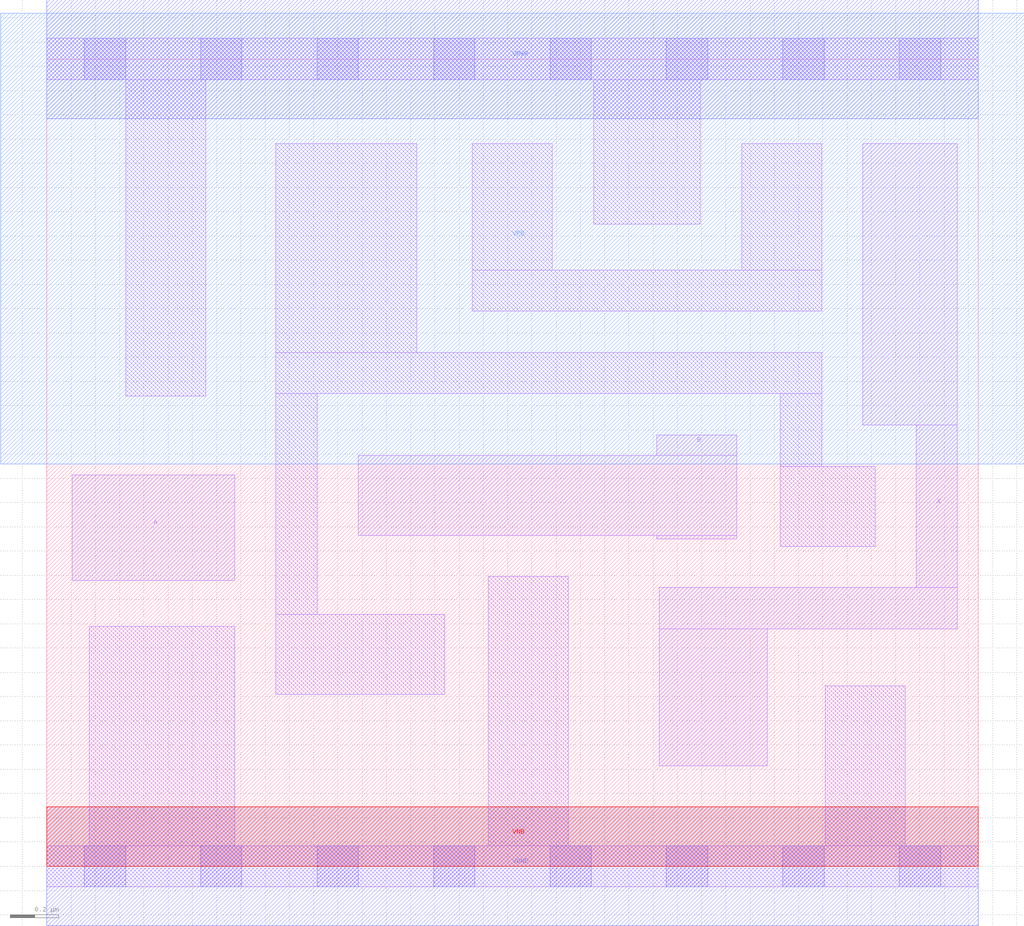
<source format=lef>
# Copyright 2020 The SkyWater PDK Authors
#
# Licensed under the Apache License, Version 2.0 (the "License");
# you may not use this file except in compliance with the License.
# You may obtain a copy of the License at
#
#     https://www.apache.org/licenses/LICENSE-2.0
#
# Unless required by applicable law or agreed to in writing, software
# distributed under the License is distributed on an "AS IS" BASIS,
# WITHOUT WARRANTIES OR CONDITIONS OF ANY KIND, either express or implied.
# See the License for the specific language governing permissions and
# limitations under the License.
#
# SPDX-License-Identifier: Apache-2.0

VERSION 5.7 ;
  NOWIREEXTENSIONATPIN ON ;
  DIVIDERCHAR "/" ;
  BUSBITCHARS "[]" ;
MACRO sky130_fd_sc_ls__xor2_1
  CLASS CORE ;
  FOREIGN sky130_fd_sc_ls__xor2_1 ;
  ORIGIN  0.000000  0.000000 ;
  SIZE  3.840000 BY  3.330000 ;
  SYMMETRY X Y ;
  SITE unit ;
  PIN A
    ANTENNAGATEAREA  0.511500 ;
    DIRECTION INPUT ;
    USE SIGNAL ;
    PORT
      LAYER li1 ;
        RECT 0.105000 1.180000 0.775000 1.615000 ;
    END
  END A
  PIN B
    ANTENNAGATEAREA  0.511500 ;
    DIRECTION INPUT ;
    USE SIGNAL ;
    PORT
      LAYER li1 ;
        RECT 1.285000 1.365000 2.845000 1.695000 ;
        RECT 2.515000 1.350000 2.845000 1.365000 ;
        RECT 2.515000 1.695000 2.845000 1.780000 ;
    END
  END B
  PIN X
    ANTENNADIFFAREA  0.697200 ;
    DIRECTION OUTPUT ;
    USE SIGNAL ;
    PORT
      LAYER li1 ;
        RECT 2.525000 0.415000 2.970000 0.980000 ;
        RECT 2.525000 0.980000 3.755000 1.150000 ;
        RECT 3.365000 1.820000 3.755000 2.980000 ;
        RECT 3.585000 1.150000 3.755000 1.820000 ;
    END
  END X
  PIN VGND
    DIRECTION INOUT ;
    SHAPE ABUTMENT ;
    USE GROUND ;
    PORT
      LAYER met1 ;
        RECT 0.000000 -0.245000 3.840000 0.245000 ;
    END
  END VGND
  PIN VNB
    DIRECTION INOUT ;
    USE GROUND ;
    PORT
      LAYER pwell ;
        RECT 0.000000 0.000000 3.840000 0.245000 ;
    END
  END VNB
  PIN VPB
    DIRECTION INOUT ;
    USE POWER ;
    PORT
      LAYER nwell ;
        RECT -0.190000 1.660000 4.030000 3.520000 ;
    END
  END VPB
  PIN VPWR
    DIRECTION INOUT ;
    SHAPE ABUTMENT ;
    USE POWER ;
    PORT
      LAYER met1 ;
        RECT 0.000000 3.085000 3.840000 3.575000 ;
    END
  END VPWR
  OBS
    LAYER li1 ;
      RECT 0.000000 -0.085000 3.840000 0.085000 ;
      RECT 0.000000  3.245000 3.840000 3.415000 ;
      RECT 0.175000  0.085000 0.775000 0.990000 ;
      RECT 0.325000  1.940000 0.655000 3.245000 ;
      RECT 0.945000  0.710000 1.640000 1.040000 ;
      RECT 0.945000  1.040000 1.115000 1.950000 ;
      RECT 0.945000  1.950000 3.195000 2.120000 ;
      RECT 0.945000  2.120000 1.525000 2.980000 ;
      RECT 1.755000  2.290000 3.195000 2.460000 ;
      RECT 1.755000  2.460000 2.085000 2.980000 ;
      RECT 1.820000  0.085000 2.150000 1.195000 ;
      RECT 2.255000  2.650000 2.695000 3.245000 ;
      RECT 2.865000  2.460000 3.195000 2.980000 ;
      RECT 3.025000  1.320000 3.415000 1.650000 ;
      RECT 3.025000  1.650000 3.195000 1.950000 ;
      RECT 3.210000  0.085000 3.540000 0.745000 ;
    LAYER mcon ;
      RECT 0.155000 -0.085000 0.325000 0.085000 ;
      RECT 0.155000  3.245000 0.325000 3.415000 ;
      RECT 0.635000 -0.085000 0.805000 0.085000 ;
      RECT 0.635000  3.245000 0.805000 3.415000 ;
      RECT 1.115000 -0.085000 1.285000 0.085000 ;
      RECT 1.115000  3.245000 1.285000 3.415000 ;
      RECT 1.595000 -0.085000 1.765000 0.085000 ;
      RECT 1.595000  3.245000 1.765000 3.415000 ;
      RECT 2.075000 -0.085000 2.245000 0.085000 ;
      RECT 2.075000  3.245000 2.245000 3.415000 ;
      RECT 2.555000 -0.085000 2.725000 0.085000 ;
      RECT 2.555000  3.245000 2.725000 3.415000 ;
      RECT 3.035000 -0.085000 3.205000 0.085000 ;
      RECT 3.035000  3.245000 3.205000 3.415000 ;
      RECT 3.515000 -0.085000 3.685000 0.085000 ;
      RECT 3.515000  3.245000 3.685000 3.415000 ;
  END
END sky130_fd_sc_ls__xor2_1
END LIBRARY

</source>
